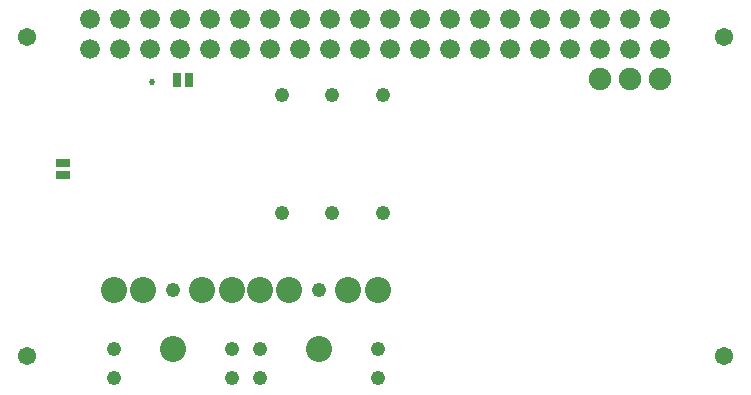
<source format=gbs>
G04 Layer_Color=16711935*
%FSAX24Y24*%
%MOIN*%
G70*
G01*
G75*
%ADD69R,0.0258X0.0508*%
%ADD77R,0.0508X0.0258*%
%ADD81C,0.0480*%
%ADD82C,0.0868*%
%ADD83C,0.0658*%
%ADD84C,0.0480*%
%ADD85C,0.0608*%
%ADD86C,0.0748*%
%ADD87C,0.0205*%
D69*
X006570Y010390D02*
D03*
X006170D02*
D03*
D77*
X002392Y007220D02*
D03*
Y007620D02*
D03*
D81*
X006040Y003399D02*
D03*
X008008Y001430D02*
D03*
Y000446D02*
D03*
X004072D02*
D03*
Y001430D02*
D03*
X010910Y003399D02*
D03*
X012879Y001430D02*
D03*
Y000446D02*
D03*
X008942D02*
D03*
Y001430D02*
D03*
D82*
X008008Y003399D02*
D03*
X007024D02*
D03*
X004072D02*
D03*
X005056D02*
D03*
X006040Y001430D02*
D03*
X012879Y003399D02*
D03*
X011894D02*
D03*
X008942D02*
D03*
X009926D02*
D03*
X010910Y001430D02*
D03*
D83*
X022295Y012429D02*
D03*
Y011429D02*
D03*
X021295Y012429D02*
D03*
Y011429D02*
D03*
X020295Y012429D02*
D03*
Y011429D02*
D03*
X019295Y012429D02*
D03*
Y011429D02*
D03*
X018295Y012429D02*
D03*
Y011429D02*
D03*
X017295Y012429D02*
D03*
Y011429D02*
D03*
X016295Y012429D02*
D03*
Y011429D02*
D03*
X003295Y012429D02*
D03*
X004295D02*
D03*
X005295D02*
D03*
X006295D02*
D03*
X007295D02*
D03*
X008295D02*
D03*
X009295D02*
D03*
X010295D02*
D03*
X011295D02*
D03*
X012295D02*
D03*
X013295D02*
D03*
X014295D02*
D03*
X015295D02*
D03*
Y011429D02*
D03*
X014295D02*
D03*
X013295D02*
D03*
X012295D02*
D03*
X011295D02*
D03*
X010295D02*
D03*
X009295D02*
D03*
X008295D02*
D03*
X007295D02*
D03*
X006295D02*
D03*
X005295D02*
D03*
X004295D02*
D03*
X003295D02*
D03*
D84*
X011362Y009884D02*
D03*
Y005946D02*
D03*
X013035D02*
D03*
Y009884D02*
D03*
X009689D02*
D03*
Y005946D02*
D03*
D85*
X024409Y011811D02*
D03*
Y001181D02*
D03*
X001181D02*
D03*
Y011811D02*
D03*
D86*
X020296Y010429D02*
D03*
X021296D02*
D03*
X022296D02*
D03*
D87*
X005340Y010340D02*
D03*
M02*

</source>
